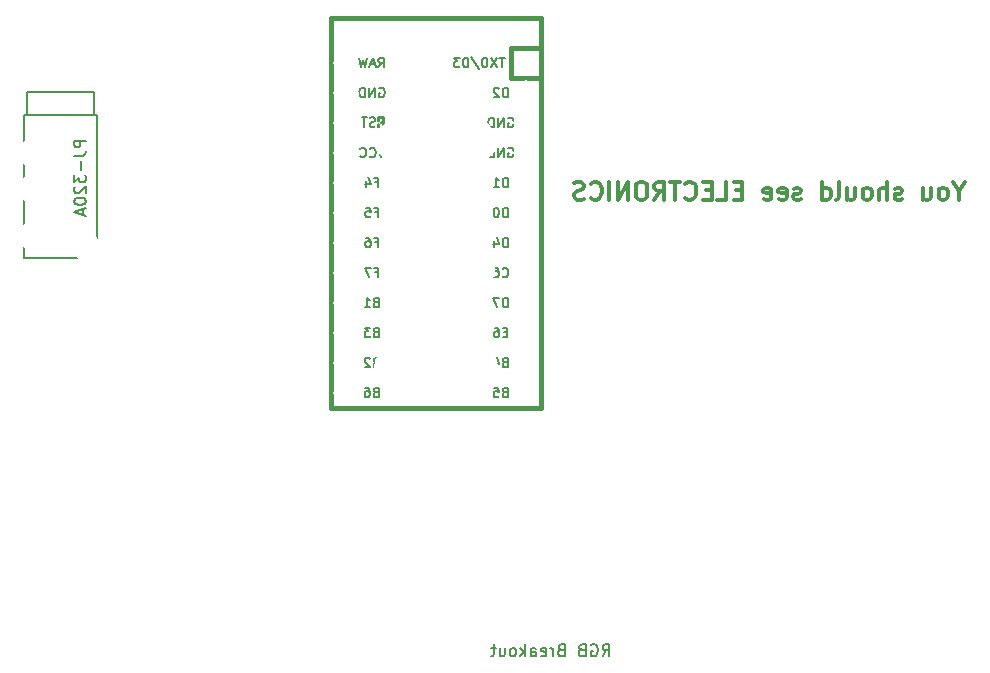
<source format=gbo>
G04 #@! TF.GenerationSoftware,KiCad,Pcbnew,(5.1.2)-2*
G04 #@! TF.CreationDate,2019-06-19T23:20:39-05:00*
G04 #@! TF.ProjectId,BlastersRev2,426c6173-7465-4727-9352-6576322e6b69,rev?*
G04 #@! TF.SameCoordinates,Original*
G04 #@! TF.FileFunction,Legend,Bot*
G04 #@! TF.FilePolarity,Positive*
%FSLAX46Y46*%
G04 Gerber Fmt 4.6, Leading zero omitted, Abs format (unit mm)*
G04 Created by KiCad (PCBNEW (5.1.2)-2) date 2019-06-19 23:20:39*
%MOMM*%
%LPD*%
G04 APERTURE LIST*
%ADD10C,0.150000*%
%ADD11C,0.300000*%
%ADD12C,0.381000*%
%ADD13C,2.152600*%
%ADD14C,1.900000*%
%ADD15O,2.000000X2.600000*%
%ADD16R,2.000000X2.000000*%
%ADD17C,2.000000*%
%ADD18R,2.000000X1.600000*%
%ADD19C,0.100000*%
%ADD20C,1.600000*%
%ADD21C,2.400000*%
%ADD22C,2.900000*%
%ADD23C,2.900000*%
%ADD24R,2.152600X2.152600*%
%ADD25C,3.600000*%
G04 APERTURE END LIST*
D10*
X137887142Y-107692380D02*
X138220476Y-107216190D01*
X138458571Y-107692380D02*
X138458571Y-106692380D01*
X138077619Y-106692380D01*
X137982380Y-106740000D01*
X137934761Y-106787619D01*
X137887142Y-106882857D01*
X137887142Y-107025714D01*
X137934761Y-107120952D01*
X137982380Y-107168571D01*
X138077619Y-107216190D01*
X138458571Y-107216190D01*
X136934761Y-106740000D02*
X137030000Y-106692380D01*
X137172857Y-106692380D01*
X137315714Y-106740000D01*
X137410952Y-106835238D01*
X137458571Y-106930476D01*
X137506190Y-107120952D01*
X137506190Y-107263809D01*
X137458571Y-107454285D01*
X137410952Y-107549523D01*
X137315714Y-107644761D01*
X137172857Y-107692380D01*
X137077619Y-107692380D01*
X136934761Y-107644761D01*
X136887142Y-107597142D01*
X136887142Y-107263809D01*
X137077619Y-107263809D01*
X136125238Y-107168571D02*
X135982380Y-107216190D01*
X135934761Y-107263809D01*
X135887142Y-107359047D01*
X135887142Y-107501904D01*
X135934761Y-107597142D01*
X135982380Y-107644761D01*
X136077619Y-107692380D01*
X136458571Y-107692380D01*
X136458571Y-106692380D01*
X136125238Y-106692380D01*
X136030000Y-106740000D01*
X135982380Y-106787619D01*
X135934761Y-106882857D01*
X135934761Y-106978095D01*
X135982380Y-107073333D01*
X136030000Y-107120952D01*
X136125238Y-107168571D01*
X136458571Y-107168571D01*
X134363333Y-107168571D02*
X134220476Y-107216190D01*
X134172857Y-107263809D01*
X134125238Y-107359047D01*
X134125238Y-107501904D01*
X134172857Y-107597142D01*
X134220476Y-107644761D01*
X134315714Y-107692380D01*
X134696666Y-107692380D01*
X134696666Y-106692380D01*
X134363333Y-106692380D01*
X134268095Y-106740000D01*
X134220476Y-106787619D01*
X134172857Y-106882857D01*
X134172857Y-106978095D01*
X134220476Y-107073333D01*
X134268095Y-107120952D01*
X134363333Y-107168571D01*
X134696666Y-107168571D01*
X133696666Y-107692380D02*
X133696666Y-107025714D01*
X133696666Y-107216190D02*
X133649047Y-107120952D01*
X133601428Y-107073333D01*
X133506190Y-107025714D01*
X133410952Y-107025714D01*
X132696666Y-107644761D02*
X132791904Y-107692380D01*
X132982380Y-107692380D01*
X133077619Y-107644761D01*
X133125238Y-107549523D01*
X133125238Y-107168571D01*
X133077619Y-107073333D01*
X132982380Y-107025714D01*
X132791904Y-107025714D01*
X132696666Y-107073333D01*
X132649047Y-107168571D01*
X132649047Y-107263809D01*
X133125238Y-107359047D01*
X131791904Y-107692380D02*
X131791904Y-107168571D01*
X131839523Y-107073333D01*
X131934761Y-107025714D01*
X132125238Y-107025714D01*
X132220476Y-107073333D01*
X131791904Y-107644761D02*
X131887142Y-107692380D01*
X132125238Y-107692380D01*
X132220476Y-107644761D01*
X132268095Y-107549523D01*
X132268095Y-107454285D01*
X132220476Y-107359047D01*
X132125238Y-107311428D01*
X131887142Y-107311428D01*
X131791904Y-107263809D01*
X131315714Y-107692380D02*
X131315714Y-106692380D01*
X131220476Y-107311428D02*
X130934761Y-107692380D01*
X130934761Y-107025714D02*
X131315714Y-107406666D01*
X130363333Y-107692380D02*
X130458571Y-107644761D01*
X130506190Y-107597142D01*
X130553809Y-107501904D01*
X130553809Y-107216190D01*
X130506190Y-107120952D01*
X130458571Y-107073333D01*
X130363333Y-107025714D01*
X130220476Y-107025714D01*
X130125238Y-107073333D01*
X130077619Y-107120952D01*
X130030000Y-107216190D01*
X130030000Y-107501904D01*
X130077619Y-107597142D01*
X130125238Y-107644761D01*
X130220476Y-107692380D01*
X130363333Y-107692380D01*
X129172857Y-107025714D02*
X129172857Y-107692380D01*
X129601428Y-107025714D02*
X129601428Y-107549523D01*
X129553809Y-107644761D01*
X129458571Y-107692380D01*
X129315714Y-107692380D01*
X129220476Y-107644761D01*
X129172857Y-107597142D01*
X128839523Y-107025714D02*
X128458571Y-107025714D01*
X128696666Y-106692380D02*
X128696666Y-107549523D01*
X128649047Y-107644761D01*
X128553809Y-107692380D01*
X128458571Y-107692380D01*
D11*
X168047142Y-68324285D02*
X168047142Y-69038571D01*
X168547142Y-67538571D02*
X168047142Y-68324285D01*
X167547142Y-67538571D01*
X166832857Y-69038571D02*
X166975714Y-68967142D01*
X167047142Y-68895714D01*
X167118571Y-68752857D01*
X167118571Y-68324285D01*
X167047142Y-68181428D01*
X166975714Y-68110000D01*
X166832857Y-68038571D01*
X166618571Y-68038571D01*
X166475714Y-68110000D01*
X166404285Y-68181428D01*
X166332857Y-68324285D01*
X166332857Y-68752857D01*
X166404285Y-68895714D01*
X166475714Y-68967142D01*
X166618571Y-69038571D01*
X166832857Y-69038571D01*
X165047142Y-68038571D02*
X165047142Y-69038571D01*
X165690000Y-68038571D02*
X165690000Y-68824285D01*
X165618571Y-68967142D01*
X165475714Y-69038571D01*
X165261428Y-69038571D01*
X165118571Y-68967142D01*
X165047142Y-68895714D01*
X163261428Y-68967142D02*
X163118571Y-69038571D01*
X162832857Y-69038571D01*
X162690000Y-68967142D01*
X162618571Y-68824285D01*
X162618571Y-68752857D01*
X162690000Y-68610000D01*
X162832857Y-68538571D01*
X163047142Y-68538571D01*
X163190000Y-68467142D01*
X163261428Y-68324285D01*
X163261428Y-68252857D01*
X163190000Y-68110000D01*
X163047142Y-68038571D01*
X162832857Y-68038571D01*
X162690000Y-68110000D01*
X161975714Y-69038571D02*
X161975714Y-67538571D01*
X161332857Y-69038571D02*
X161332857Y-68252857D01*
X161404285Y-68110000D01*
X161547142Y-68038571D01*
X161761428Y-68038571D01*
X161904285Y-68110000D01*
X161975714Y-68181428D01*
X160404285Y-69038571D02*
X160547142Y-68967142D01*
X160618571Y-68895714D01*
X160690000Y-68752857D01*
X160690000Y-68324285D01*
X160618571Y-68181428D01*
X160547142Y-68110000D01*
X160404285Y-68038571D01*
X160190000Y-68038571D01*
X160047142Y-68110000D01*
X159975714Y-68181428D01*
X159904285Y-68324285D01*
X159904285Y-68752857D01*
X159975714Y-68895714D01*
X160047142Y-68967142D01*
X160190000Y-69038571D01*
X160404285Y-69038571D01*
X158618571Y-68038571D02*
X158618571Y-69038571D01*
X159261428Y-68038571D02*
X159261428Y-68824285D01*
X159190000Y-68967142D01*
X159047142Y-69038571D01*
X158832857Y-69038571D01*
X158690000Y-68967142D01*
X158618571Y-68895714D01*
X157690000Y-69038571D02*
X157832857Y-68967142D01*
X157904285Y-68824285D01*
X157904285Y-67538571D01*
X156475714Y-69038571D02*
X156475714Y-67538571D01*
X156475714Y-68967142D02*
X156618571Y-69038571D01*
X156904285Y-69038571D01*
X157047142Y-68967142D01*
X157118571Y-68895714D01*
X157190000Y-68752857D01*
X157190000Y-68324285D01*
X157118571Y-68181428D01*
X157047142Y-68110000D01*
X156904285Y-68038571D01*
X156618571Y-68038571D01*
X156475714Y-68110000D01*
X154690000Y-68967142D02*
X154547142Y-69038571D01*
X154261428Y-69038571D01*
X154118571Y-68967142D01*
X154047142Y-68824285D01*
X154047142Y-68752857D01*
X154118571Y-68610000D01*
X154261428Y-68538571D01*
X154475714Y-68538571D01*
X154618571Y-68467142D01*
X154690000Y-68324285D01*
X154690000Y-68252857D01*
X154618571Y-68110000D01*
X154475714Y-68038571D01*
X154261428Y-68038571D01*
X154118571Y-68110000D01*
X152832857Y-68967142D02*
X152975714Y-69038571D01*
X153261428Y-69038571D01*
X153404285Y-68967142D01*
X153475714Y-68824285D01*
X153475714Y-68252857D01*
X153404285Y-68110000D01*
X153261428Y-68038571D01*
X152975714Y-68038571D01*
X152832857Y-68110000D01*
X152761428Y-68252857D01*
X152761428Y-68395714D01*
X153475714Y-68538571D01*
X151547142Y-68967142D02*
X151690000Y-69038571D01*
X151975714Y-69038571D01*
X152118571Y-68967142D01*
X152190000Y-68824285D01*
X152190000Y-68252857D01*
X152118571Y-68110000D01*
X151975714Y-68038571D01*
X151690000Y-68038571D01*
X151547142Y-68110000D01*
X151475714Y-68252857D01*
X151475714Y-68395714D01*
X152190000Y-68538571D01*
X149690000Y-68252857D02*
X149190000Y-68252857D01*
X148975714Y-69038571D02*
X149690000Y-69038571D01*
X149690000Y-67538571D01*
X148975714Y-67538571D01*
X147618571Y-69038571D02*
X148332857Y-69038571D01*
X148332857Y-67538571D01*
X147118571Y-68252857D02*
X146618571Y-68252857D01*
X146404285Y-69038571D02*
X147118571Y-69038571D01*
X147118571Y-67538571D01*
X146404285Y-67538571D01*
X144904285Y-68895714D02*
X144975714Y-68967142D01*
X145190000Y-69038571D01*
X145332857Y-69038571D01*
X145547142Y-68967142D01*
X145690000Y-68824285D01*
X145761428Y-68681428D01*
X145832857Y-68395714D01*
X145832857Y-68181428D01*
X145761428Y-67895714D01*
X145690000Y-67752857D01*
X145547142Y-67610000D01*
X145332857Y-67538571D01*
X145190000Y-67538571D01*
X144975714Y-67610000D01*
X144904285Y-67681428D01*
X144475714Y-67538571D02*
X143618571Y-67538571D01*
X144047142Y-69038571D02*
X144047142Y-67538571D01*
X142261428Y-69038571D02*
X142761428Y-68324285D01*
X143118571Y-69038571D02*
X143118571Y-67538571D01*
X142547142Y-67538571D01*
X142404285Y-67610000D01*
X142332857Y-67681428D01*
X142261428Y-67824285D01*
X142261428Y-68038571D01*
X142332857Y-68181428D01*
X142404285Y-68252857D01*
X142547142Y-68324285D01*
X143118571Y-68324285D01*
X141332857Y-67538571D02*
X141047142Y-67538571D01*
X140904285Y-67610000D01*
X140761428Y-67752857D01*
X140690000Y-68038571D01*
X140690000Y-68538571D01*
X140761428Y-68824285D01*
X140904285Y-68967142D01*
X141047142Y-69038571D01*
X141332857Y-69038571D01*
X141475714Y-68967142D01*
X141618571Y-68824285D01*
X141690000Y-68538571D01*
X141690000Y-68038571D01*
X141618571Y-67752857D01*
X141475714Y-67610000D01*
X141332857Y-67538571D01*
X140047142Y-69038571D02*
X140047142Y-67538571D01*
X139190000Y-69038571D01*
X139190000Y-67538571D01*
X138475714Y-69038571D02*
X138475714Y-67538571D01*
X136904285Y-68895714D02*
X136975714Y-68967142D01*
X137190000Y-69038571D01*
X137332857Y-69038571D01*
X137547142Y-68967142D01*
X137690000Y-68824285D01*
X137761428Y-68681428D01*
X137832857Y-68395714D01*
X137832857Y-68181428D01*
X137761428Y-67895714D01*
X137690000Y-67752857D01*
X137547142Y-67610000D01*
X137332857Y-67538571D01*
X137190000Y-67538571D01*
X136975714Y-67610000D01*
X136904285Y-67681428D01*
X136332857Y-68967142D02*
X136118571Y-69038571D01*
X135761428Y-69038571D01*
X135618571Y-68967142D01*
X135547142Y-68895714D01*
X135475714Y-68752857D01*
X135475714Y-68610000D01*
X135547142Y-68467142D01*
X135618571Y-68395714D01*
X135761428Y-68324285D01*
X136047142Y-68252857D01*
X136190000Y-68181428D01*
X136261428Y-68110000D01*
X136332857Y-67967142D01*
X136332857Y-67824285D01*
X136261428Y-67681428D01*
X136190000Y-67610000D01*
X136047142Y-67538571D01*
X135690000Y-67538571D01*
X135475714Y-67610000D01*
D10*
X94793750Y-61912500D02*
X94793750Y-59912500D01*
X89193750Y-59912500D02*
X94793750Y-59912500D01*
X89193750Y-61912500D02*
X89193750Y-59912500D01*
X88943750Y-74012500D02*
X95043750Y-74012500D01*
X95043750Y-61912500D02*
X95043750Y-74012500D01*
X88943750Y-61912500D02*
X95043750Y-61912500D01*
X88943750Y-61912500D02*
X88943750Y-74012500D01*
D12*
X132715000Y-56197500D02*
X132715000Y-86677500D01*
X132715000Y-86677500D02*
X114935000Y-86677500D01*
X114935000Y-86677500D02*
X114935000Y-56197500D01*
X130175000Y-56197500D02*
X130175000Y-58737500D01*
X130175000Y-58737500D02*
X132715000Y-58737500D01*
D10*
G36*
X118893432Y-62076860D02*
G01*
X118893432Y-62376860D01*
X118993432Y-62376860D01*
X118993432Y-62076860D01*
X118893432Y-62076860D01*
G37*
X118893432Y-62076860D02*
X118893432Y-62376860D01*
X118993432Y-62376860D01*
X118993432Y-62076860D01*
X118893432Y-62076860D01*
G36*
X119093432Y-62476860D02*
G01*
X119093432Y-62576860D01*
X119193432Y-62576860D01*
X119193432Y-62476860D01*
X119093432Y-62476860D01*
G37*
X119093432Y-62476860D02*
X119093432Y-62576860D01*
X119193432Y-62576860D01*
X119193432Y-62476860D01*
X119093432Y-62476860D01*
G36*
X118893432Y-62076860D02*
G01*
X118893432Y-62176860D01*
X119393432Y-62176860D01*
X119393432Y-62076860D01*
X118893432Y-62076860D01*
G37*
X118893432Y-62076860D02*
X118893432Y-62176860D01*
X119393432Y-62176860D01*
X119393432Y-62076860D01*
X118893432Y-62076860D01*
G36*
X119293432Y-62076860D02*
G01*
X119293432Y-62876860D01*
X119393432Y-62876860D01*
X119393432Y-62076860D01*
X119293432Y-62076860D01*
G37*
X119293432Y-62076860D02*
X119293432Y-62876860D01*
X119393432Y-62876860D01*
X119393432Y-62076860D01*
X119293432Y-62076860D01*
G36*
X118893432Y-62676860D02*
G01*
X118893432Y-62876860D01*
X118993432Y-62876860D01*
X118993432Y-62676860D01*
X118893432Y-62676860D01*
G37*
X118893432Y-62676860D02*
X118893432Y-62876860D01*
X118993432Y-62876860D01*
X118993432Y-62676860D01*
X118893432Y-62676860D01*
D12*
X114935000Y-56197500D02*
X114935000Y-53657500D01*
X114935000Y-53657500D02*
X132715000Y-53657500D01*
X132715000Y-53657500D02*
X132715000Y-56197500D01*
X130175000Y-56197500D02*
X132715000Y-56197500D01*
D10*
X94146130Y-64043452D02*
X93146130Y-64043452D01*
X93146130Y-64424404D01*
X93193750Y-64519642D01*
X93241369Y-64567261D01*
X93336607Y-64614880D01*
X93479464Y-64614880D01*
X93574702Y-64567261D01*
X93622321Y-64519642D01*
X93669940Y-64424404D01*
X93669940Y-64043452D01*
X93146130Y-65329166D02*
X93860416Y-65329166D01*
X94003273Y-65281547D01*
X94098511Y-65186309D01*
X94146130Y-65043452D01*
X94146130Y-64948214D01*
X93765178Y-65805357D02*
X93765178Y-66567261D01*
X93146130Y-66948214D02*
X93146130Y-67567261D01*
X93527083Y-67233928D01*
X93527083Y-67376785D01*
X93574702Y-67472023D01*
X93622321Y-67519642D01*
X93717559Y-67567261D01*
X93955654Y-67567261D01*
X94050892Y-67519642D01*
X94098511Y-67472023D01*
X94146130Y-67376785D01*
X94146130Y-67091071D01*
X94098511Y-66995833D01*
X94050892Y-66948214D01*
X93241369Y-67948214D02*
X93193750Y-67995833D01*
X93146130Y-68091071D01*
X93146130Y-68329166D01*
X93193750Y-68424404D01*
X93241369Y-68472023D01*
X93336607Y-68519642D01*
X93431845Y-68519642D01*
X93574702Y-68472023D01*
X94146130Y-67900595D01*
X94146130Y-68519642D01*
X93146130Y-69138690D02*
X93146130Y-69233928D01*
X93193750Y-69329166D01*
X93241369Y-69376785D01*
X93336607Y-69424404D01*
X93527083Y-69472023D01*
X93765178Y-69472023D01*
X93955654Y-69424404D01*
X94050892Y-69376785D01*
X94098511Y-69329166D01*
X94146130Y-69233928D01*
X94146130Y-69138690D01*
X94098511Y-69043452D01*
X94050892Y-68995833D01*
X93955654Y-68948214D01*
X93765178Y-68900595D01*
X93527083Y-68900595D01*
X93336607Y-68948214D01*
X93241369Y-68995833D01*
X93193750Y-69043452D01*
X93146130Y-69138690D01*
X93860416Y-69852976D02*
X93860416Y-70329166D01*
X94146130Y-69757738D02*
X93146130Y-70091071D01*
X94146130Y-70424404D01*
X118687809Y-82810357D02*
X118573523Y-82848452D01*
X118535428Y-82886547D01*
X118497333Y-82962738D01*
X118497333Y-83077023D01*
X118535428Y-83153214D01*
X118573523Y-83191309D01*
X118649714Y-83229404D01*
X118954476Y-83229404D01*
X118954476Y-82429404D01*
X118687809Y-82429404D01*
X118611619Y-82467500D01*
X118573523Y-82505595D01*
X118535428Y-82581785D01*
X118535428Y-82657976D01*
X118573523Y-82734166D01*
X118611619Y-82772261D01*
X118687809Y-82810357D01*
X118954476Y-82810357D01*
X118192571Y-82505595D02*
X118154476Y-82467500D01*
X118078285Y-82429404D01*
X117887809Y-82429404D01*
X117811619Y-82467500D01*
X117773523Y-82505595D01*
X117735428Y-82581785D01*
X117735428Y-82657976D01*
X117773523Y-82772261D01*
X118230666Y-83229404D01*
X117735428Y-83229404D01*
X118630666Y-75190357D02*
X118897333Y-75190357D01*
X118897333Y-75609404D02*
X118897333Y-74809404D01*
X118516380Y-74809404D01*
X118287809Y-74809404D02*
X117754476Y-74809404D01*
X118097333Y-75609404D01*
X118630666Y-72650357D02*
X118897333Y-72650357D01*
X118897333Y-73069404D02*
X118897333Y-72269404D01*
X118516380Y-72269404D01*
X117868761Y-72269404D02*
X118021142Y-72269404D01*
X118097333Y-72307500D01*
X118135428Y-72345595D01*
X118211619Y-72459880D01*
X118249714Y-72612261D01*
X118249714Y-72917023D01*
X118211619Y-72993214D01*
X118173523Y-73031309D01*
X118097333Y-73069404D01*
X117944952Y-73069404D01*
X117868761Y-73031309D01*
X117830666Y-72993214D01*
X117792571Y-72917023D01*
X117792571Y-72726547D01*
X117830666Y-72650357D01*
X117868761Y-72612261D01*
X117944952Y-72574166D01*
X118097333Y-72574166D01*
X118173523Y-72612261D01*
X118211619Y-72650357D01*
X118249714Y-72726547D01*
X118630666Y-70110357D02*
X118897333Y-70110357D01*
X118897333Y-70529404D02*
X118897333Y-69729404D01*
X118516380Y-69729404D01*
X117830666Y-69729404D02*
X118211619Y-69729404D01*
X118249714Y-70110357D01*
X118211619Y-70072261D01*
X118135428Y-70034166D01*
X117944952Y-70034166D01*
X117868761Y-70072261D01*
X117830666Y-70110357D01*
X117792571Y-70186547D01*
X117792571Y-70377023D01*
X117830666Y-70453214D01*
X117868761Y-70491309D01*
X117944952Y-70529404D01*
X118135428Y-70529404D01*
X118211619Y-70491309D01*
X118249714Y-70453214D01*
X118916380Y-57829404D02*
X119183047Y-57448452D01*
X119373523Y-57829404D02*
X119373523Y-57029404D01*
X119068761Y-57029404D01*
X118992571Y-57067500D01*
X118954476Y-57105595D01*
X118916380Y-57181785D01*
X118916380Y-57296071D01*
X118954476Y-57372261D01*
X118992571Y-57410357D01*
X119068761Y-57448452D01*
X119373523Y-57448452D01*
X118611619Y-57600833D02*
X118230666Y-57600833D01*
X118687809Y-57829404D02*
X118421142Y-57029404D01*
X118154476Y-57829404D01*
X117964000Y-57029404D02*
X117773523Y-57829404D01*
X117621142Y-57257976D01*
X117468761Y-57829404D01*
X117278285Y-57029404D01*
X118973523Y-59607500D02*
X119049714Y-59569404D01*
X119164000Y-59569404D01*
X119278285Y-59607500D01*
X119354476Y-59683690D01*
X119392571Y-59759880D01*
X119430666Y-59912261D01*
X119430666Y-60026547D01*
X119392571Y-60178928D01*
X119354476Y-60255119D01*
X119278285Y-60331309D01*
X119164000Y-60369404D01*
X119087809Y-60369404D01*
X118973523Y-60331309D01*
X118935428Y-60293214D01*
X118935428Y-60026547D01*
X119087809Y-60026547D01*
X118592571Y-60369404D02*
X118592571Y-59569404D01*
X118135428Y-60369404D01*
X118135428Y-59569404D01*
X117754476Y-60369404D02*
X117754476Y-59569404D01*
X117564000Y-59569404D01*
X117449714Y-59607500D01*
X117373523Y-59683690D01*
X117335428Y-59759880D01*
X117297333Y-59912261D01*
X117297333Y-60026547D01*
X117335428Y-60178928D01*
X117373523Y-60255119D01*
X117449714Y-60331309D01*
X117564000Y-60369404D01*
X117754476Y-60369404D01*
X118625213Y-62841309D02*
X118510927Y-62879404D01*
X118320451Y-62879404D01*
X118244260Y-62841309D01*
X118206165Y-62803214D01*
X118168070Y-62727023D01*
X118168070Y-62650833D01*
X118206165Y-62574642D01*
X118244260Y-62536547D01*
X118320451Y-62498452D01*
X118472832Y-62460357D01*
X118549022Y-62422261D01*
X118587118Y-62384166D01*
X118625213Y-62307976D01*
X118625213Y-62231785D01*
X118587118Y-62155595D01*
X118549022Y-62117500D01*
X118472832Y-62079404D01*
X118282356Y-62079404D01*
X118168070Y-62117500D01*
X117939499Y-62079404D02*
X117482356Y-62079404D01*
X117710927Y-62879404D02*
X117710927Y-62079404D01*
X119430666Y-64649404D02*
X119164000Y-65449404D01*
X118897333Y-64649404D01*
X118173523Y-65373214D02*
X118211619Y-65411309D01*
X118325904Y-65449404D01*
X118402095Y-65449404D01*
X118516380Y-65411309D01*
X118592571Y-65335119D01*
X118630666Y-65258928D01*
X118668761Y-65106547D01*
X118668761Y-64992261D01*
X118630666Y-64839880D01*
X118592571Y-64763690D01*
X118516380Y-64687500D01*
X118402095Y-64649404D01*
X118325904Y-64649404D01*
X118211619Y-64687500D01*
X118173523Y-64725595D01*
X117373523Y-65373214D02*
X117411619Y-65411309D01*
X117525904Y-65449404D01*
X117602095Y-65449404D01*
X117716380Y-65411309D01*
X117792571Y-65335119D01*
X117830666Y-65258928D01*
X117868761Y-65106547D01*
X117868761Y-64992261D01*
X117830666Y-64839880D01*
X117792571Y-64763690D01*
X117716380Y-64687500D01*
X117602095Y-64649404D01*
X117525904Y-64649404D01*
X117411619Y-64687500D01*
X117373523Y-64725595D01*
X118630666Y-67570357D02*
X118897333Y-67570357D01*
X118897333Y-67989404D02*
X118897333Y-67189404D01*
X118516380Y-67189404D01*
X117868761Y-67456071D02*
X117868761Y-67989404D01*
X118059238Y-67151309D02*
X118249714Y-67722738D01*
X117754476Y-67722738D01*
X118687809Y-77730357D02*
X118573523Y-77768452D01*
X118535428Y-77806547D01*
X118497333Y-77882738D01*
X118497333Y-77997023D01*
X118535428Y-78073214D01*
X118573523Y-78111309D01*
X118649714Y-78149404D01*
X118954476Y-78149404D01*
X118954476Y-77349404D01*
X118687809Y-77349404D01*
X118611619Y-77387500D01*
X118573523Y-77425595D01*
X118535428Y-77501785D01*
X118535428Y-77577976D01*
X118573523Y-77654166D01*
X118611619Y-77692261D01*
X118687809Y-77730357D01*
X118954476Y-77730357D01*
X117735428Y-78149404D02*
X118192571Y-78149404D01*
X117964000Y-78149404D02*
X117964000Y-77349404D01*
X118040190Y-77463690D01*
X118116380Y-77539880D01*
X118192571Y-77577976D01*
X118687809Y-80270357D02*
X118573523Y-80308452D01*
X118535428Y-80346547D01*
X118497333Y-80422738D01*
X118497333Y-80537023D01*
X118535428Y-80613214D01*
X118573523Y-80651309D01*
X118649714Y-80689404D01*
X118954476Y-80689404D01*
X118954476Y-79889404D01*
X118687809Y-79889404D01*
X118611619Y-79927500D01*
X118573523Y-79965595D01*
X118535428Y-80041785D01*
X118535428Y-80117976D01*
X118573523Y-80194166D01*
X118611619Y-80232261D01*
X118687809Y-80270357D01*
X118954476Y-80270357D01*
X118230666Y-79889404D02*
X117735428Y-79889404D01*
X118002095Y-80194166D01*
X117887809Y-80194166D01*
X117811619Y-80232261D01*
X117773523Y-80270357D01*
X117735428Y-80346547D01*
X117735428Y-80537023D01*
X117773523Y-80613214D01*
X117811619Y-80651309D01*
X117887809Y-80689404D01*
X118116380Y-80689404D01*
X118192571Y-80651309D01*
X118230666Y-80613214D01*
X118687809Y-85350357D02*
X118573523Y-85388452D01*
X118535428Y-85426547D01*
X118497333Y-85502738D01*
X118497333Y-85617023D01*
X118535428Y-85693214D01*
X118573523Y-85731309D01*
X118649714Y-85769404D01*
X118954476Y-85769404D01*
X118954476Y-84969404D01*
X118687809Y-84969404D01*
X118611619Y-85007500D01*
X118573523Y-85045595D01*
X118535428Y-85121785D01*
X118535428Y-85197976D01*
X118573523Y-85274166D01*
X118611619Y-85312261D01*
X118687809Y-85350357D01*
X118954476Y-85350357D01*
X117811619Y-84969404D02*
X117964000Y-84969404D01*
X118040190Y-85007500D01*
X118078285Y-85045595D01*
X118154476Y-85159880D01*
X118192571Y-85312261D01*
X118192571Y-85617023D01*
X118154476Y-85693214D01*
X118116380Y-85731309D01*
X118040190Y-85769404D01*
X117887809Y-85769404D01*
X117811619Y-85731309D01*
X117773523Y-85693214D01*
X117735428Y-85617023D01*
X117735428Y-85426547D01*
X117773523Y-85350357D01*
X117811619Y-85312261D01*
X117887809Y-85274166D01*
X118040190Y-85274166D01*
X118116380Y-85312261D01*
X118154476Y-85350357D01*
X118192571Y-85426547D01*
X129609809Y-85350357D02*
X129495523Y-85388452D01*
X129457428Y-85426547D01*
X129419333Y-85502738D01*
X129419333Y-85617023D01*
X129457428Y-85693214D01*
X129495523Y-85731309D01*
X129571714Y-85769404D01*
X129876476Y-85769404D01*
X129876476Y-84969404D01*
X129609809Y-84969404D01*
X129533619Y-85007500D01*
X129495523Y-85045595D01*
X129457428Y-85121785D01*
X129457428Y-85197976D01*
X129495523Y-85274166D01*
X129533619Y-85312261D01*
X129609809Y-85350357D01*
X129876476Y-85350357D01*
X128695523Y-84969404D02*
X129076476Y-84969404D01*
X129114571Y-85350357D01*
X129076476Y-85312261D01*
X129000285Y-85274166D01*
X128809809Y-85274166D01*
X128733619Y-85312261D01*
X128695523Y-85350357D01*
X128657428Y-85426547D01*
X128657428Y-85617023D01*
X128695523Y-85693214D01*
X128733619Y-85731309D01*
X128809809Y-85769404D01*
X129000285Y-85769404D01*
X129076476Y-85731309D01*
X129114571Y-85693214D01*
X129609809Y-82810357D02*
X129495523Y-82848452D01*
X129457428Y-82886547D01*
X129419333Y-82962738D01*
X129419333Y-83077023D01*
X129457428Y-83153214D01*
X129495523Y-83191309D01*
X129571714Y-83229404D01*
X129876476Y-83229404D01*
X129876476Y-82429404D01*
X129609809Y-82429404D01*
X129533619Y-82467500D01*
X129495523Y-82505595D01*
X129457428Y-82581785D01*
X129457428Y-82657976D01*
X129495523Y-82734166D01*
X129533619Y-82772261D01*
X129609809Y-82810357D01*
X129876476Y-82810357D01*
X128733619Y-82696071D02*
X128733619Y-83229404D01*
X128924095Y-82391309D02*
X129114571Y-82962738D01*
X128619333Y-82962738D01*
X129838380Y-80270357D02*
X129571714Y-80270357D01*
X129457428Y-80689404D02*
X129838380Y-80689404D01*
X129838380Y-79889404D01*
X129457428Y-79889404D01*
X128771714Y-79889404D02*
X128924095Y-79889404D01*
X129000285Y-79927500D01*
X129038380Y-79965595D01*
X129114571Y-80079880D01*
X129152666Y-80232261D01*
X129152666Y-80537023D01*
X129114571Y-80613214D01*
X129076476Y-80651309D01*
X129000285Y-80689404D01*
X128847904Y-80689404D01*
X128771714Y-80651309D01*
X128733619Y-80613214D01*
X128695523Y-80537023D01*
X128695523Y-80346547D01*
X128733619Y-80270357D01*
X128771714Y-80232261D01*
X128847904Y-80194166D01*
X129000285Y-80194166D01*
X129076476Y-80232261D01*
X129114571Y-80270357D01*
X129152666Y-80346547D01*
X129876476Y-78149404D02*
X129876476Y-77349404D01*
X129686000Y-77349404D01*
X129571714Y-77387500D01*
X129495523Y-77463690D01*
X129457428Y-77539880D01*
X129419333Y-77692261D01*
X129419333Y-77806547D01*
X129457428Y-77958928D01*
X129495523Y-78035119D01*
X129571714Y-78111309D01*
X129686000Y-78149404D01*
X129876476Y-78149404D01*
X129152666Y-77349404D02*
X128619333Y-77349404D01*
X128962190Y-78149404D01*
X129419333Y-75533214D02*
X129457428Y-75571309D01*
X129571714Y-75609404D01*
X129647904Y-75609404D01*
X129762190Y-75571309D01*
X129838380Y-75495119D01*
X129876476Y-75418928D01*
X129914571Y-75266547D01*
X129914571Y-75152261D01*
X129876476Y-74999880D01*
X129838380Y-74923690D01*
X129762190Y-74847500D01*
X129647904Y-74809404D01*
X129571714Y-74809404D01*
X129457428Y-74847500D01*
X129419333Y-74885595D01*
X128733619Y-74809404D02*
X128886000Y-74809404D01*
X128962190Y-74847500D01*
X129000285Y-74885595D01*
X129076476Y-74999880D01*
X129114571Y-75152261D01*
X129114571Y-75457023D01*
X129076476Y-75533214D01*
X129038380Y-75571309D01*
X128962190Y-75609404D01*
X128809809Y-75609404D01*
X128733619Y-75571309D01*
X128695523Y-75533214D01*
X128657428Y-75457023D01*
X128657428Y-75266547D01*
X128695523Y-75190357D01*
X128733619Y-75152261D01*
X128809809Y-75114166D01*
X128962190Y-75114166D01*
X129038380Y-75152261D01*
X129076476Y-75190357D01*
X129114571Y-75266547D01*
X129876476Y-73069404D02*
X129876476Y-72269404D01*
X129686000Y-72269404D01*
X129571714Y-72307500D01*
X129495523Y-72383690D01*
X129457428Y-72459880D01*
X129419333Y-72612261D01*
X129419333Y-72726547D01*
X129457428Y-72878928D01*
X129495523Y-72955119D01*
X129571714Y-73031309D01*
X129686000Y-73069404D01*
X129876476Y-73069404D01*
X128733619Y-72536071D02*
X128733619Y-73069404D01*
X128924095Y-72231309D02*
X129114571Y-72802738D01*
X128619333Y-72802738D01*
X129895523Y-62147500D02*
X129971714Y-62109404D01*
X130086000Y-62109404D01*
X130200285Y-62147500D01*
X130276476Y-62223690D01*
X130314571Y-62299880D01*
X130352666Y-62452261D01*
X130352666Y-62566547D01*
X130314571Y-62718928D01*
X130276476Y-62795119D01*
X130200285Y-62871309D01*
X130086000Y-62909404D01*
X130009809Y-62909404D01*
X129895523Y-62871309D01*
X129857428Y-62833214D01*
X129857428Y-62566547D01*
X130009809Y-62566547D01*
X129514571Y-62909404D02*
X129514571Y-62109404D01*
X129057428Y-62909404D01*
X129057428Y-62109404D01*
X128676476Y-62909404D02*
X128676476Y-62109404D01*
X128486000Y-62109404D01*
X128371714Y-62147500D01*
X128295523Y-62223690D01*
X128257428Y-62299880D01*
X128219333Y-62452261D01*
X128219333Y-62566547D01*
X128257428Y-62718928D01*
X128295523Y-62795119D01*
X128371714Y-62871309D01*
X128486000Y-62909404D01*
X128676476Y-62909404D01*
X129895523Y-64687500D02*
X129971714Y-64649404D01*
X130086000Y-64649404D01*
X130200285Y-64687500D01*
X130276476Y-64763690D01*
X130314571Y-64839880D01*
X130352666Y-64992261D01*
X130352666Y-65106547D01*
X130314571Y-65258928D01*
X130276476Y-65335119D01*
X130200285Y-65411309D01*
X130086000Y-65449404D01*
X130009809Y-65449404D01*
X129895523Y-65411309D01*
X129857428Y-65373214D01*
X129857428Y-65106547D01*
X130009809Y-65106547D01*
X129514571Y-65449404D02*
X129514571Y-64649404D01*
X129057428Y-65449404D01*
X129057428Y-64649404D01*
X128676476Y-65449404D02*
X128676476Y-64649404D01*
X128486000Y-64649404D01*
X128371714Y-64687500D01*
X128295523Y-64763690D01*
X128257428Y-64839880D01*
X128219333Y-64992261D01*
X128219333Y-65106547D01*
X128257428Y-65258928D01*
X128295523Y-65335119D01*
X128371714Y-65411309D01*
X128486000Y-65449404D01*
X128676476Y-65449404D01*
X129876476Y-67989404D02*
X129876476Y-67189404D01*
X129686000Y-67189404D01*
X129571714Y-67227500D01*
X129495523Y-67303690D01*
X129457428Y-67379880D01*
X129419333Y-67532261D01*
X129419333Y-67646547D01*
X129457428Y-67798928D01*
X129495523Y-67875119D01*
X129571714Y-67951309D01*
X129686000Y-67989404D01*
X129876476Y-67989404D01*
X128657428Y-67989404D02*
X129114571Y-67989404D01*
X128886000Y-67989404D02*
X128886000Y-67189404D01*
X128962190Y-67303690D01*
X129038380Y-67379880D01*
X129114571Y-67417976D01*
X129876476Y-70529404D02*
X129876476Y-69729404D01*
X129686000Y-69729404D01*
X129571714Y-69767500D01*
X129495523Y-69843690D01*
X129457428Y-69919880D01*
X129419333Y-70072261D01*
X129419333Y-70186547D01*
X129457428Y-70338928D01*
X129495523Y-70415119D01*
X129571714Y-70491309D01*
X129686000Y-70529404D01*
X129876476Y-70529404D01*
X128924095Y-69729404D02*
X128847904Y-69729404D01*
X128771714Y-69767500D01*
X128733619Y-69805595D01*
X128695523Y-69881785D01*
X128657428Y-70034166D01*
X128657428Y-70224642D01*
X128695523Y-70377023D01*
X128733619Y-70453214D01*
X128771714Y-70491309D01*
X128847904Y-70529404D01*
X128924095Y-70529404D01*
X129000285Y-70491309D01*
X129038380Y-70453214D01*
X129076476Y-70377023D01*
X129114571Y-70224642D01*
X129114571Y-70034166D01*
X129076476Y-69881785D01*
X129038380Y-69805595D01*
X129000285Y-69767500D01*
X128924095Y-69729404D01*
X129876476Y-60369404D02*
X129876476Y-59569404D01*
X129686000Y-59569404D01*
X129571714Y-59607500D01*
X129495523Y-59683690D01*
X129457428Y-59759880D01*
X129419333Y-59912261D01*
X129419333Y-60026547D01*
X129457428Y-60178928D01*
X129495523Y-60255119D01*
X129571714Y-60331309D01*
X129686000Y-60369404D01*
X129876476Y-60369404D01*
X129114571Y-59645595D02*
X129076476Y-59607500D01*
X129000285Y-59569404D01*
X128809809Y-59569404D01*
X128733619Y-59607500D01*
X128695523Y-59645595D01*
X128657428Y-59721785D01*
X128657428Y-59797976D01*
X128695523Y-59912261D01*
X129152666Y-60369404D01*
X128657428Y-60369404D01*
X129587348Y-57029404D02*
X129130205Y-57029404D01*
X129358776Y-57829404D02*
X129358776Y-57029404D01*
X128939729Y-57029404D02*
X128406395Y-57829404D01*
X128406395Y-57029404D02*
X128939729Y-57829404D01*
X127949252Y-57029404D02*
X127873062Y-57029404D01*
X127796872Y-57067500D01*
X127758776Y-57105595D01*
X127720681Y-57181785D01*
X127682586Y-57334166D01*
X127682586Y-57524642D01*
X127720681Y-57677023D01*
X127758776Y-57753214D01*
X127796872Y-57791309D01*
X127873062Y-57829404D01*
X127949252Y-57829404D01*
X128025443Y-57791309D01*
X128063538Y-57753214D01*
X128101633Y-57677023D01*
X128139729Y-57524642D01*
X128139729Y-57334166D01*
X128101633Y-57181785D01*
X128063538Y-57105595D01*
X128025443Y-57067500D01*
X127949252Y-57029404D01*
X126768300Y-56991309D02*
X127454014Y-58019880D01*
X126501633Y-57829404D02*
X126501633Y-57029404D01*
X126311157Y-57029404D01*
X126196872Y-57067500D01*
X126120681Y-57143690D01*
X126082586Y-57219880D01*
X126044491Y-57372261D01*
X126044491Y-57486547D01*
X126082586Y-57638928D01*
X126120681Y-57715119D01*
X126196872Y-57791309D01*
X126311157Y-57829404D01*
X126501633Y-57829404D01*
X125777824Y-57029404D02*
X125282586Y-57029404D01*
X125549252Y-57334166D01*
X125434967Y-57334166D01*
X125358776Y-57372261D01*
X125320681Y-57410357D01*
X125282586Y-57486547D01*
X125282586Y-57677023D01*
X125320681Y-57753214D01*
X125358776Y-57791309D01*
X125434967Y-57829404D01*
X125663538Y-57829404D01*
X125739729Y-57791309D01*
X125777824Y-57753214D01*
%LPC*%
D13*
X133350000Y-104775000D03*
D14*
X91993750Y-70512500D03*
X91993750Y-63512500D03*
D15*
X94293750Y-73212500D03*
X85093750Y-73212500D03*
X89693750Y-72112500D03*
X89693750Y-65112500D03*
D14*
X87393750Y-70512500D03*
X87393750Y-63512500D03*
D15*
X89693750Y-68112500D03*
D16*
X146775000Y-84931250D03*
D17*
X138975000Y-84931250D03*
D18*
X144275000Y-84931250D03*
X141475000Y-84931250D03*
X141475000Y-103981250D03*
X144275000Y-103981250D03*
D17*
X138975000Y-103981250D03*
D16*
X146775000Y-103981250D03*
X146775000Y-123031250D03*
D17*
X138975000Y-123031250D03*
D18*
X144275000Y-123031250D03*
X141475000Y-123031250D03*
X141475000Y-142081250D03*
X144275000Y-142081250D03*
D17*
X138975000Y-142081250D03*
D16*
X146775000Y-142081250D03*
X165825000Y-84931250D03*
D17*
X158025000Y-84931250D03*
D18*
X163325000Y-84931250D03*
X160525000Y-84931250D03*
X160525000Y-103981250D03*
X163325000Y-103981250D03*
D17*
X158025000Y-103981250D03*
D16*
X165825000Y-103981250D03*
X165825000Y-123031250D03*
D17*
X158025000Y-123031250D03*
D18*
X163325000Y-123031250D03*
X160525000Y-123031250D03*
X160525000Y-142081250D03*
X163325000Y-142081250D03*
D17*
X158025000Y-142081250D03*
D16*
X165825000Y-142081250D03*
X165825000Y-161131250D03*
D17*
X158025000Y-161131250D03*
D18*
X163325000Y-161131250D03*
X160525000Y-161131250D03*
X179575000Y-84931250D03*
X182375000Y-84931250D03*
D17*
X177075000Y-84931250D03*
D16*
X184875000Y-84931250D03*
X184875000Y-103981250D03*
D17*
X177075000Y-103981250D03*
D18*
X182375000Y-103981250D03*
X179575000Y-103981250D03*
X179575000Y-123031250D03*
X182375000Y-123031250D03*
D17*
X177075000Y-123031250D03*
D16*
X184875000Y-123031250D03*
D17*
X193243750Y-167683749D03*
D19*
G36*
X191877725Y-167317724D02*
G01*
X193609775Y-166317724D01*
X194609775Y-168049774D01*
X192877725Y-169049774D01*
X191877725Y-167317724D01*
X191877725Y-167317724D01*
G37*
D17*
X189343750Y-160928751D03*
D20*
X191993750Y-165518686D03*
D19*
G36*
X190800930Y-165052661D02*
G01*
X192186570Y-164252661D01*
X193186570Y-165984711D01*
X191800930Y-166784711D01*
X190800930Y-165052661D01*
X190800930Y-165052661D01*
G37*
D20*
X190593750Y-163093814D03*
D19*
G36*
X189400930Y-162627789D02*
G01*
X190786570Y-161827789D01*
X191786570Y-163559839D01*
X190400930Y-164359839D01*
X189400930Y-162627789D01*
X189400930Y-162627789D01*
G37*
D18*
X65275000Y-113506250D03*
X68075000Y-113506250D03*
D17*
X62775000Y-113506250D03*
D16*
X70575000Y-113506250D03*
X127725000Y-113506250D03*
D17*
X119925000Y-113506250D03*
D18*
X125225000Y-113506250D03*
X122425000Y-113506250D03*
X122425000Y-132556250D03*
X125225000Y-132556250D03*
D17*
X119925000Y-132556250D03*
D16*
X127725000Y-132556250D03*
D17*
X181351466Y-151188966D03*
D19*
G36*
X179937252Y-151188966D02*
G01*
X181351466Y-149774752D01*
X182765680Y-151188966D01*
X181351466Y-152603180D01*
X179937252Y-151188966D01*
X179937252Y-151188966D01*
G37*
D17*
X175836034Y-145673534D03*
D20*
X179583699Y-149421199D03*
D19*
G36*
X178310907Y-149279778D02*
G01*
X179442278Y-148148407D01*
X180856491Y-149562620D01*
X179725120Y-150693991D01*
X178310907Y-149279778D01*
X178310907Y-149279778D01*
G37*
D20*
X177603801Y-147441301D03*
D19*
G36*
X176331009Y-147299880D02*
G01*
X177462380Y-146168509D01*
X178876593Y-147582722D01*
X177745222Y-148714093D01*
X176331009Y-147299880D01*
X176331009Y-147299880D01*
G37*
D18*
X65275000Y-94456250D03*
X68075000Y-94456250D03*
D17*
X62775000Y-94456250D03*
D16*
X70575000Y-94456250D03*
X70575000Y-132556250D03*
D17*
X62775000Y-132556250D03*
D18*
X68075000Y-132556250D03*
X65275000Y-132556250D03*
X65275000Y-151606250D03*
X68075000Y-151606250D03*
D17*
X62775000Y-151606250D03*
D16*
X70575000Y-151606250D03*
X89625000Y-94456250D03*
D17*
X81825000Y-94456250D03*
D18*
X87125000Y-94456250D03*
X84325000Y-94456250D03*
X84325000Y-113506250D03*
X87125000Y-113506250D03*
D17*
X81825000Y-113506250D03*
D16*
X89625000Y-113506250D03*
X89625000Y-132556250D03*
D17*
X81825000Y-132556250D03*
D18*
X87125000Y-132556250D03*
X84325000Y-132556250D03*
X84325000Y-151606250D03*
X87125000Y-151606250D03*
D17*
X81825000Y-151606250D03*
D16*
X89625000Y-151606250D03*
D18*
X103375000Y-80168750D03*
X106175000Y-80168750D03*
D17*
X100875000Y-80168750D03*
D16*
X108675000Y-80168750D03*
X108675000Y-99218750D03*
D17*
X100875000Y-99218750D03*
D18*
X106175000Y-99218750D03*
X103375000Y-99218750D03*
X103375000Y-118268750D03*
X106175000Y-118268750D03*
D17*
X100875000Y-118268750D03*
D16*
X108675000Y-118268750D03*
X108675000Y-137318750D03*
D17*
X100875000Y-137318750D03*
D18*
X106175000Y-137318750D03*
X103375000Y-137318750D03*
D16*
X127725000Y-74612500D03*
D17*
X119925000Y-74612500D03*
D18*
X125225000Y-74612500D03*
X122425000Y-74612500D03*
X122425000Y-94456250D03*
X125225000Y-94456250D03*
D17*
X119925000Y-94456250D03*
D16*
X127725000Y-94456250D03*
D21*
X69175000Y-100275000D03*
X69215000Y-99695000D03*
X64175000Y-100775000D03*
X62865000Y-102235000D03*
D22*
X69830000Y-101505000D03*
D23*
X70484995Y-102235004D02*
X69175005Y-100774996D01*
D22*
X63520000Y-101505000D03*
D23*
X62865005Y-102235004D02*
X64174995Y-100774996D01*
D21*
X69175000Y-100775000D03*
X70485000Y-102235000D03*
D22*
X64155000Y-99985000D03*
D23*
X64135001Y-99695000D02*
X64174999Y-100275000D01*
D21*
X64175000Y-100275000D03*
X64135000Y-99695000D03*
D22*
X69195000Y-99985000D03*
D23*
X69214999Y-99695000D02*
X69175001Y-100275000D01*
D21*
X69175000Y-81225000D03*
X69215000Y-80645000D03*
X64175000Y-81725000D03*
X62865000Y-83185000D03*
D22*
X69830000Y-82455000D03*
D23*
X70484995Y-83185004D02*
X69175005Y-81724996D01*
D22*
X63520000Y-82455000D03*
D23*
X62865005Y-83185004D02*
X64174995Y-81724996D01*
D21*
X69175000Y-81725000D03*
X70485000Y-83185000D03*
D22*
X64155000Y-80935000D03*
D23*
X64135001Y-80645000D02*
X64174999Y-81225000D01*
D21*
X64175000Y-81225000D03*
X64135000Y-80645000D03*
D22*
X69195000Y-80935000D03*
D23*
X69214999Y-80645000D02*
X69175001Y-81225000D01*
D22*
X145395000Y-109510000D03*
D23*
X145414999Y-109220000D02*
X145375001Y-109800000D01*
D21*
X140335000Y-109220000D03*
X140375000Y-109800000D03*
D22*
X140355000Y-109510000D03*
D23*
X140335001Y-109220000D02*
X140374999Y-109800000D01*
D21*
X146685000Y-111760000D03*
X145375000Y-110300000D03*
D22*
X139720000Y-111030000D03*
D23*
X139065005Y-111760004D02*
X140374995Y-110299996D01*
D22*
X146030000Y-111030000D03*
D23*
X146684995Y-111760004D02*
X145375005Y-110299996D01*
D21*
X139065000Y-111760000D03*
X140375000Y-110300000D03*
X145415000Y-109220000D03*
X145375000Y-109800000D03*
X145375000Y-128850000D03*
X145415000Y-128270000D03*
X140375000Y-129350000D03*
X139065000Y-130810000D03*
D22*
X146030000Y-130080000D03*
D23*
X146684995Y-130810004D02*
X145375005Y-129349996D01*
D22*
X139720000Y-130080000D03*
D23*
X139065005Y-130810004D02*
X140374995Y-129349996D01*
D21*
X145375000Y-129350000D03*
X146685000Y-130810000D03*
D22*
X140355000Y-128560000D03*
D23*
X140335001Y-128270000D02*
X140374999Y-128850000D01*
D21*
X140375000Y-128850000D03*
X140335000Y-128270000D03*
D22*
X145395000Y-128560000D03*
D23*
X145414999Y-128270000D02*
X145375001Y-128850000D01*
D22*
X164445000Y-71410000D03*
D23*
X164464999Y-71120000D02*
X164425001Y-71700000D01*
D21*
X159385000Y-71120000D03*
X159425000Y-71700000D03*
D22*
X159405000Y-71410000D03*
D23*
X159385001Y-71120000D02*
X159424999Y-71700000D01*
D21*
X165735000Y-73660000D03*
X164425000Y-72200000D03*
D22*
X158770000Y-72930000D03*
D23*
X158115005Y-73660004D02*
X159424995Y-72199996D01*
D22*
X165080000Y-72930000D03*
D23*
X165734995Y-73660004D02*
X164425005Y-72199996D01*
D21*
X158115000Y-73660000D03*
X159425000Y-72200000D03*
X164465000Y-71120000D03*
X164425000Y-71700000D03*
X164425000Y-90750000D03*
X164465000Y-90170000D03*
X159425000Y-91250000D03*
X158115000Y-92710000D03*
D22*
X165080000Y-91980000D03*
D23*
X165734995Y-92710004D02*
X164425005Y-91249996D01*
D22*
X158770000Y-91980000D03*
D23*
X158115005Y-92710004D02*
X159424995Y-91249996D01*
D21*
X164425000Y-91250000D03*
X165735000Y-92710000D03*
D22*
X159405000Y-90460000D03*
D23*
X159385001Y-90170000D02*
X159424999Y-90750000D01*
D21*
X159425000Y-90750000D03*
X159385000Y-90170000D03*
D22*
X164445000Y-90460000D03*
D23*
X164464999Y-90170000D02*
X164425001Y-90750000D01*
D22*
X164445000Y-109510000D03*
D23*
X164464999Y-109220000D02*
X164425001Y-109800000D01*
D21*
X159385000Y-109220000D03*
X159425000Y-109800000D03*
D22*
X159405000Y-109510000D03*
D23*
X159385001Y-109220000D02*
X159424999Y-109800000D01*
D21*
X165735000Y-111760000D03*
X164425000Y-110300000D03*
D22*
X158770000Y-111030000D03*
D23*
X158115005Y-111760004D02*
X159424995Y-110299996D01*
D22*
X165080000Y-111030000D03*
D23*
X165734995Y-111760004D02*
X164425005Y-110299996D01*
D21*
X158115000Y-111760000D03*
X159425000Y-110300000D03*
X164465000Y-109220000D03*
X164425000Y-109800000D03*
X164425000Y-128850000D03*
X164465000Y-128270000D03*
X159425000Y-129350000D03*
X158115000Y-130810000D03*
D22*
X165080000Y-130080000D03*
D23*
X165734995Y-130810004D02*
X164425005Y-129349996D01*
D22*
X158770000Y-130080000D03*
D23*
X158115005Y-130810004D02*
X159424995Y-129349996D01*
D21*
X164425000Y-129350000D03*
X165735000Y-130810000D03*
D22*
X159405000Y-128560000D03*
D23*
X159385001Y-128270000D02*
X159424999Y-128850000D01*
D21*
X159425000Y-128850000D03*
X159385000Y-128270000D03*
D22*
X164445000Y-128560000D03*
D23*
X164464999Y-128270000D02*
X164425001Y-128850000D01*
D22*
X164445000Y-147610000D03*
D23*
X164464999Y-147320000D02*
X164425001Y-147900000D01*
D21*
X159385000Y-147320000D03*
X159425000Y-147900000D03*
D22*
X159405000Y-147610000D03*
D23*
X159385001Y-147320000D02*
X159424999Y-147900000D01*
D21*
X165735000Y-149860000D03*
X164425000Y-148400000D03*
D22*
X158770000Y-149130000D03*
D23*
X158115005Y-149860004D02*
X159424995Y-148399996D01*
D22*
X165080000Y-149130000D03*
D23*
X165734995Y-149860004D02*
X164425005Y-148399996D01*
D21*
X158115000Y-149860000D03*
X159425000Y-148400000D03*
X164465000Y-147320000D03*
X164425000Y-147900000D03*
X183475000Y-71700000D03*
X183515000Y-71120000D03*
X178475000Y-72200000D03*
X177165000Y-73660000D03*
D22*
X184130000Y-72930000D03*
D23*
X184784995Y-73660004D02*
X183475005Y-72199996D01*
D22*
X177820000Y-72930000D03*
D23*
X177165005Y-73660004D02*
X178474995Y-72199996D01*
D21*
X183475000Y-72200000D03*
X184785000Y-73660000D03*
D22*
X178455000Y-71410000D03*
D23*
X178435001Y-71120000D02*
X178474999Y-71700000D01*
D21*
X178475000Y-71700000D03*
X178435000Y-71120000D03*
D22*
X183495000Y-71410000D03*
D23*
X183514999Y-71120000D02*
X183475001Y-71700000D01*
D22*
X183495000Y-90460000D03*
D23*
X183514999Y-90170000D02*
X183475001Y-90750000D01*
D21*
X178435000Y-90170000D03*
X178475000Y-90750000D03*
D22*
X178455000Y-90460000D03*
D23*
X178435001Y-90170000D02*
X178474999Y-90750000D01*
D21*
X184785000Y-92710000D03*
X183475000Y-91250000D03*
D22*
X177820000Y-91980000D03*
D23*
X177165005Y-92710004D02*
X178474995Y-91249996D01*
D22*
X184130000Y-91980000D03*
D23*
X184784995Y-92710004D02*
X183475005Y-91249996D01*
D21*
X177165000Y-92710000D03*
X178475000Y-91250000D03*
X183515000Y-90170000D03*
X183475000Y-90750000D03*
D22*
X183495000Y-109510000D03*
D23*
X183514999Y-109220000D02*
X183475001Y-109800000D01*
D21*
X178435000Y-109220000D03*
X178475000Y-109800000D03*
D22*
X178455000Y-109510000D03*
D23*
X178435001Y-109220000D02*
X178474999Y-109800000D01*
D21*
X184785000Y-111760000D03*
X183475000Y-110300000D03*
D22*
X177820000Y-111030000D03*
D23*
X177165005Y-111760004D02*
X178474995Y-110299996D01*
D22*
X184130000Y-111030000D03*
D23*
X184784995Y-111760004D02*
X183475005Y-110299996D01*
D21*
X177165000Y-111760000D03*
X178475000Y-110300000D03*
X183515000Y-109220000D03*
X183475000Y-109800000D03*
D22*
X190090051Y-141271368D03*
D23*
X190309254Y-141080448D02*
X189870848Y-141462288D01*
D21*
X186717151Y-137488346D03*
X186335314Y-137926753D03*
D22*
X186526232Y-137707549D03*
D23*
X186717152Y-137488346D02*
X186335312Y-137926752D01*
D21*
X189411228Y-143774526D03*
X189517294Y-141815840D03*
D22*
X185002417Y-138333339D03*
D23*
X184023074Y-138386378D02*
X185981760Y-138280300D01*
D22*
X189464261Y-142795183D03*
D23*
X189411222Y-143774526D02*
X189517300Y-141815840D01*
D21*
X184023074Y-138386372D03*
X185981760Y-138280306D03*
X190309254Y-141080449D03*
X189870847Y-141462286D03*
X203080813Y-159749864D03*
X203603109Y-159494505D03*
X200147802Y-155669736D03*
X198228405Y-155265243D03*
D22*
X202343103Y-160932110D03*
D23*
X202038398Y-161864355D02*
X202647808Y-159999865D01*
D22*
X199188103Y-155467490D03*
D23*
X198228403Y-155265249D02*
X200147803Y-155669731D01*
D21*
X202647802Y-159999864D03*
X202038405Y-161864357D03*
D22*
X200821962Y-155257416D03*
D23*
X201063110Y-155095096D02*
X200580814Y-155419736D01*
D21*
X200580814Y-155419736D03*
X201063109Y-155095095D03*
D22*
X203341962Y-159622184D03*
D23*
X203603109Y-159494504D02*
X203080815Y-159749864D01*
D22*
X145395000Y-71410000D03*
D23*
X145414999Y-71120000D02*
X145375001Y-71700000D01*
D21*
X140335000Y-71120000D03*
X140375000Y-71700000D03*
D22*
X140355000Y-71410000D03*
D23*
X140335001Y-71120000D02*
X140374999Y-71700000D01*
D21*
X146685000Y-73660000D03*
X145375000Y-72200000D03*
D22*
X139720000Y-72930000D03*
D23*
X139065005Y-73660004D02*
X140374995Y-72199996D01*
D22*
X146030000Y-72930000D03*
D23*
X146684995Y-73660004D02*
X145375005Y-72199996D01*
D21*
X139065000Y-73660000D03*
X140375000Y-72200000D03*
X145415000Y-71120000D03*
X145375000Y-71700000D03*
X145375000Y-90750000D03*
X145415000Y-90170000D03*
X140375000Y-91250000D03*
X139065000Y-92710000D03*
D22*
X146030000Y-91980000D03*
D23*
X146684995Y-92710004D02*
X145375005Y-91249996D01*
D22*
X139720000Y-91980000D03*
D23*
X139065005Y-92710004D02*
X140374995Y-91249996D01*
D21*
X145375000Y-91250000D03*
X146685000Y-92710000D03*
D22*
X140355000Y-90460000D03*
D23*
X140335001Y-90170000D02*
X140374999Y-90750000D01*
D21*
X140375000Y-90750000D03*
X140335000Y-90170000D03*
D22*
X145395000Y-90460000D03*
D23*
X145414999Y-90170000D02*
X145375001Y-90750000D01*
D22*
X126345000Y-80935000D03*
D23*
X126364999Y-80645000D02*
X126325001Y-81225000D01*
D21*
X121285000Y-80645000D03*
X121325000Y-81225000D03*
D22*
X121305000Y-80935000D03*
D23*
X121285001Y-80645000D02*
X121324999Y-81225000D01*
D21*
X127635000Y-83185000D03*
X126325000Y-81725000D03*
D22*
X120670000Y-82455000D03*
D23*
X120015005Y-83185004D02*
X121324995Y-81724996D01*
D22*
X126980000Y-82455000D03*
D23*
X127634995Y-83185004D02*
X126325005Y-81724996D01*
D21*
X120015000Y-83185000D03*
X121325000Y-81725000D03*
X126365000Y-80645000D03*
X126325000Y-81225000D03*
X126325000Y-100275000D03*
X126365000Y-99695000D03*
X121325000Y-100775000D03*
X120015000Y-102235000D03*
D22*
X126980000Y-101505000D03*
D23*
X127634995Y-102235004D02*
X126325005Y-100774996D01*
D22*
X120670000Y-101505000D03*
D23*
X120015005Y-102235004D02*
X121324995Y-100774996D01*
D21*
X126325000Y-100775000D03*
X127635000Y-102235000D03*
D22*
X121305000Y-99985000D03*
D23*
X121285001Y-99695000D02*
X121324999Y-100275000D01*
D21*
X121325000Y-100275000D03*
X121285000Y-99695000D03*
D22*
X126345000Y-99985000D03*
D23*
X126364999Y-99695000D02*
X126325001Y-100275000D01*
D21*
X69175000Y-119325000D03*
X69215000Y-118745000D03*
X64175000Y-119825000D03*
X62865000Y-121285000D03*
D22*
X69830000Y-120555000D03*
D23*
X70484995Y-121285004D02*
X69175005Y-119824996D01*
D22*
X63520000Y-120555000D03*
D23*
X62865005Y-121285004D02*
X64174995Y-119824996D01*
D21*
X69175000Y-119825000D03*
X70485000Y-121285000D03*
D22*
X64155000Y-119035000D03*
D23*
X64135001Y-118745000D02*
X64174999Y-119325000D01*
D21*
X64175000Y-119325000D03*
X64135000Y-118745000D03*
D22*
X69195000Y-119035000D03*
D23*
X69214999Y-118745000D02*
X69175001Y-119325000D01*
D22*
X69195000Y-138085000D03*
D23*
X69214999Y-137795000D02*
X69175001Y-138375000D01*
D21*
X64135000Y-137795000D03*
X64175000Y-138375000D03*
D22*
X64155000Y-138085000D03*
D23*
X64135001Y-137795000D02*
X64174999Y-138375000D01*
D21*
X70485000Y-140335000D03*
X69175000Y-138875000D03*
D22*
X63520000Y-139605000D03*
D23*
X62865005Y-140335004D02*
X64174995Y-138874996D01*
D22*
X69830000Y-139605000D03*
D23*
X70484995Y-140335004D02*
X69175005Y-138874996D01*
D21*
X62865000Y-140335000D03*
X64175000Y-138875000D03*
X69215000Y-137795000D03*
X69175000Y-138375000D03*
X88225000Y-81225000D03*
X88265000Y-80645000D03*
X83225000Y-81725000D03*
X81915000Y-83185000D03*
D22*
X88880000Y-82455000D03*
D23*
X89534995Y-83185004D02*
X88225005Y-81724996D01*
D22*
X82570000Y-82455000D03*
D23*
X81915005Y-83185004D02*
X83224995Y-81724996D01*
D21*
X88225000Y-81725000D03*
X89535000Y-83185000D03*
D22*
X83205000Y-80935000D03*
D23*
X83185001Y-80645000D02*
X83224999Y-81225000D01*
D21*
X83225000Y-81225000D03*
X83185000Y-80645000D03*
D22*
X88245000Y-80935000D03*
D23*
X88264999Y-80645000D02*
X88225001Y-81225000D01*
D22*
X88245000Y-99985000D03*
D23*
X88264999Y-99695000D02*
X88225001Y-100275000D01*
D21*
X83185000Y-99695000D03*
X83225000Y-100275000D03*
D22*
X83205000Y-99985000D03*
D23*
X83185001Y-99695000D02*
X83224999Y-100275000D01*
D21*
X89535000Y-102235000D03*
X88225000Y-100775000D03*
D22*
X82570000Y-101505000D03*
D23*
X81915005Y-102235004D02*
X83224995Y-100774996D01*
D22*
X88880000Y-101505000D03*
D23*
X89534995Y-102235004D02*
X88225005Y-100774996D01*
D21*
X81915000Y-102235000D03*
X83225000Y-100775000D03*
X88265000Y-99695000D03*
X88225000Y-100275000D03*
X88225000Y-119325000D03*
X88265000Y-118745000D03*
X83225000Y-119825000D03*
X81915000Y-121285000D03*
D22*
X88880000Y-120555000D03*
D23*
X89534995Y-121285004D02*
X88225005Y-119824996D01*
D22*
X82570000Y-120555000D03*
D23*
X81915005Y-121285004D02*
X83224995Y-119824996D01*
D21*
X88225000Y-119825000D03*
X89535000Y-121285000D03*
D22*
X83205000Y-119035000D03*
D23*
X83185001Y-118745000D02*
X83224999Y-119325000D01*
D21*
X83225000Y-119325000D03*
X83185000Y-118745000D03*
D22*
X88245000Y-119035000D03*
D23*
X88264999Y-118745000D02*
X88225001Y-119325000D01*
D22*
X88245000Y-138085000D03*
D23*
X88264999Y-137795000D02*
X88225001Y-138375000D01*
D21*
X83185000Y-137795000D03*
X83225000Y-138375000D03*
D22*
X83205000Y-138085000D03*
D23*
X83185001Y-137795000D02*
X83224999Y-138375000D01*
D21*
X89535000Y-140335000D03*
X88225000Y-138875000D03*
D22*
X82570000Y-139605000D03*
D23*
X81915005Y-140335004D02*
X83224995Y-138874996D01*
D22*
X88880000Y-139605000D03*
D23*
X89534995Y-140335004D02*
X88225005Y-138874996D01*
D21*
X81915000Y-140335000D03*
X83225000Y-138875000D03*
X88265000Y-137795000D03*
X88225000Y-138375000D03*
D22*
X107295000Y-66647500D03*
D23*
X107314999Y-66357500D02*
X107275001Y-66937500D01*
D21*
X102235000Y-66357500D03*
X102275000Y-66937500D03*
D22*
X102255000Y-66647500D03*
D23*
X102235001Y-66357500D02*
X102274999Y-66937500D01*
D21*
X108585000Y-68897500D03*
X107275000Y-67437500D03*
D22*
X101620000Y-68167500D03*
D23*
X100965005Y-68897504D02*
X102274995Y-67437496D01*
D22*
X107930000Y-68167500D03*
D23*
X108584995Y-68897504D02*
X107275005Y-67437496D01*
D21*
X100965000Y-68897500D03*
X102275000Y-67437500D03*
X107315000Y-66357500D03*
X107275000Y-66937500D03*
X107275000Y-85987500D03*
X107315000Y-85407500D03*
X102275000Y-86487500D03*
X100965000Y-87947500D03*
D22*
X107930000Y-87217500D03*
D23*
X108584995Y-87947504D02*
X107275005Y-86487496D01*
D22*
X101620000Y-87217500D03*
D23*
X100965005Y-87947504D02*
X102274995Y-86487496D01*
D21*
X107275000Y-86487500D03*
X108585000Y-87947500D03*
D22*
X102255000Y-85697500D03*
D23*
X102235001Y-85407500D02*
X102274999Y-85987500D01*
D21*
X102275000Y-85987500D03*
X102235000Y-85407500D03*
D22*
X107295000Y-85697500D03*
D23*
X107314999Y-85407500D02*
X107275001Y-85987500D01*
D22*
X107295000Y-104747500D03*
D23*
X107314999Y-104457500D02*
X107275001Y-105037500D01*
D21*
X102235000Y-104457500D03*
X102275000Y-105037500D03*
D22*
X102255000Y-104747500D03*
D23*
X102235001Y-104457500D02*
X102274999Y-105037500D01*
D21*
X108585000Y-106997500D03*
X107275000Y-105537500D03*
D22*
X101620000Y-106267500D03*
D23*
X100965005Y-106997504D02*
X102274995Y-105537496D01*
D22*
X107930000Y-106267500D03*
D23*
X108584995Y-106997504D02*
X107275005Y-105537496D01*
D21*
X100965000Y-106997500D03*
X102275000Y-105537500D03*
X107315000Y-104457500D03*
X107275000Y-105037500D03*
X107275000Y-124087500D03*
X107315000Y-123507500D03*
X102275000Y-124587500D03*
X100965000Y-126047500D03*
D22*
X107930000Y-125317500D03*
D23*
X108584995Y-126047504D02*
X107275005Y-124587496D01*
D22*
X101620000Y-125317500D03*
D23*
X100965005Y-126047504D02*
X102274995Y-124587496D01*
D21*
X107275000Y-124587500D03*
X108585000Y-126047500D03*
D22*
X102255000Y-123797500D03*
D23*
X102235001Y-123507500D02*
X102274999Y-124087500D01*
D21*
X102275000Y-124087500D03*
X102235000Y-123507500D03*
D22*
X107295000Y-123797500D03*
D23*
X107314999Y-123507500D02*
X107275001Y-124087500D01*
D21*
X126325000Y-62175000D03*
X126365000Y-61595000D03*
X121325000Y-62675000D03*
X120015000Y-64135000D03*
D22*
X126980000Y-63405000D03*
D23*
X127634995Y-64135004D02*
X126325005Y-62674996D01*
D22*
X120670000Y-63405000D03*
D23*
X120015005Y-64135004D02*
X121324995Y-62674996D01*
D21*
X126325000Y-62675000D03*
X127635000Y-64135000D03*
D22*
X121305000Y-61885000D03*
D23*
X121285001Y-61595000D02*
X121324999Y-62175000D01*
D21*
X121325000Y-62175000D03*
X121285000Y-61595000D03*
D22*
X126345000Y-61885000D03*
D23*
X126364999Y-61595000D02*
X126325001Y-62175000D01*
D21*
X126325000Y-119325000D03*
X126365000Y-118745000D03*
X121325000Y-119825000D03*
X120015000Y-121285000D03*
D22*
X126980000Y-120555000D03*
D23*
X127634995Y-121285004D02*
X126325005Y-119824996D01*
D22*
X120670000Y-120555000D03*
D23*
X120015005Y-121285004D02*
X121324995Y-119824996D01*
D21*
X126325000Y-119825000D03*
X127635000Y-121285000D03*
D22*
X121305000Y-119035000D03*
D23*
X121285001Y-118745000D02*
X121324999Y-119325000D01*
D21*
X121325000Y-119325000D03*
X121285000Y-118745000D03*
D22*
X126345000Y-119035000D03*
D23*
X126364999Y-118745000D02*
X126325001Y-119325000D01*
D24*
X131445000Y-57467500D03*
D13*
X131445000Y-60007500D03*
X131445000Y-62547500D03*
X131445000Y-65087500D03*
X131445000Y-67627500D03*
X131445000Y-70167500D03*
X131445000Y-72707500D03*
X131445000Y-75247500D03*
X131445000Y-77787500D03*
X131445000Y-80327500D03*
X131445000Y-82867500D03*
X116205000Y-85407500D03*
X116205000Y-82867500D03*
X116205000Y-80327500D03*
X116205000Y-77787500D03*
X116205000Y-75247500D03*
X116205000Y-72707500D03*
X116205000Y-70167500D03*
X116205000Y-67627500D03*
X116205000Y-65087500D03*
X116205000Y-62547500D03*
X116205000Y-60007500D03*
X131445000Y-85407500D03*
X116205000Y-57467500D03*
D25*
X171450000Y-95250000D03*
X171450000Y-133350000D03*
X133350000Y-114300000D03*
X135731250Y-85725000D03*
X95250000Y-123825000D03*
X95250000Y-90487500D03*
M02*

</source>
